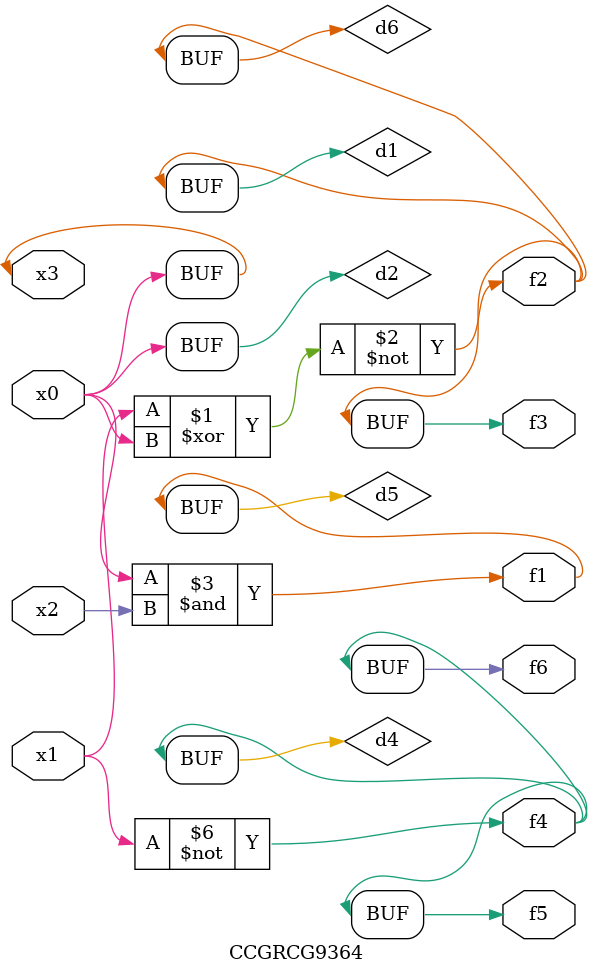
<source format=v>
module CCGRCG9364(
	input x0, x1, x2, x3,
	output f1, f2, f3, f4, f5, f6
);

	wire d1, d2, d3, d4, d5, d6;

	xnor (d1, x1, x3);
	buf (d2, x0, x3);
	nand (d3, x0, x2);
	not (d4, x1);
	nand (d5, d3);
	or (d6, d1);
	assign f1 = d5;
	assign f2 = d6;
	assign f3 = d6;
	assign f4 = d4;
	assign f5 = d4;
	assign f6 = d4;
endmodule

</source>
